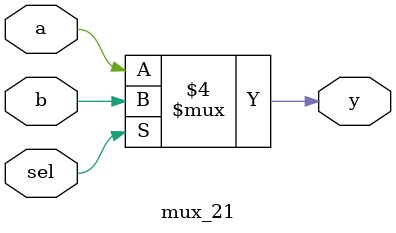
<source format=v>
module mux_21 (a,b,sel,y);
	input a,b,sel;
	output y;
	
	reg y;
	
	always @(a or b or sel)
	begin
		if (sel == 1'b0) begin
			y = a;
		end else begin
			y = b;
		end
	end	
	
	
endmodule //mux

</source>
